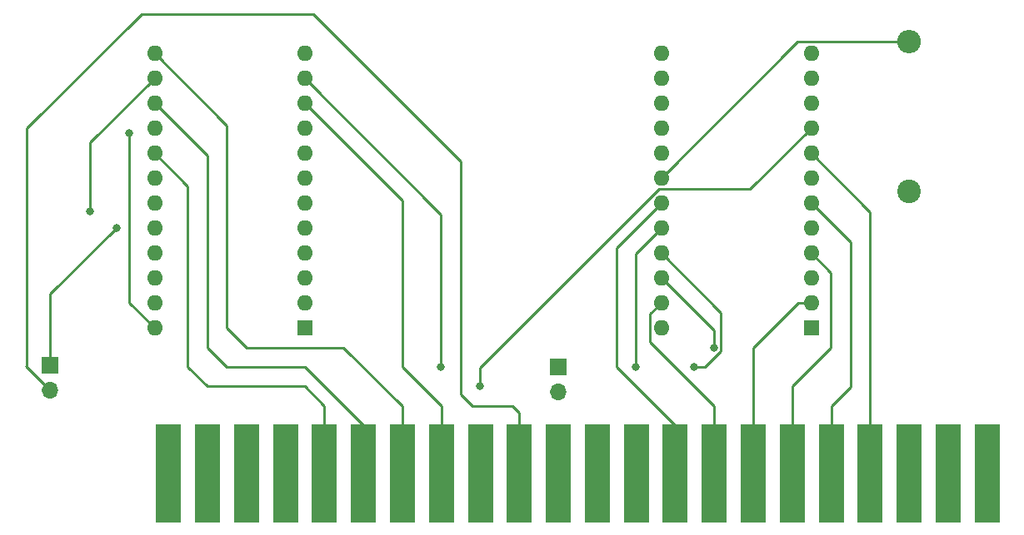
<source format=gbl>
G04 #@! TF.GenerationSoftware,KiCad,Pcbnew,(5.1.12)-1*
G04 #@! TF.CreationDate,2022-10-28T14:48:17+01:00*
G04 #@! TF.ProjectId,Apple-1 EPROM,4170706c-652d-4312-9045-50524f4d2e6b,rev?*
G04 #@! TF.SameCoordinates,Original*
G04 #@! TF.FileFunction,Copper,L2,Bot*
G04 #@! TF.FilePolarity,Positive*
%FSLAX46Y46*%
G04 Gerber Fmt 4.6, Leading zero omitted, Abs format (unit mm)*
G04 Created by KiCad (PCBNEW (5.1.12)-1) date 2022-10-28 14:48:17*
%MOMM*%
%LPD*%
G01*
G04 APERTURE LIST*
G04 #@! TA.AperFunction,ComponentPad*
%ADD10R,1.700000X1.700000*%
G04 #@! TD*
G04 #@! TA.AperFunction,ComponentPad*
%ADD11O,1.700000X1.700000*%
G04 #@! TD*
G04 #@! TA.AperFunction,ComponentPad*
%ADD12R,1.600000X1.600000*%
G04 #@! TD*
G04 #@! TA.AperFunction,ComponentPad*
%ADD13O,1.600000X1.600000*%
G04 #@! TD*
G04 #@! TA.AperFunction,ComponentPad*
%ADD14C,2.400000*%
G04 #@! TD*
G04 #@! TA.AperFunction,ComponentPad*
%ADD15O,2.400000X2.400000*%
G04 #@! TD*
G04 #@! TA.AperFunction,ConnectorPad*
%ADD16R,2.540000X10.000000*%
G04 #@! TD*
G04 #@! TA.AperFunction,ViaPad*
%ADD17C,0.800000*%
G04 #@! TD*
G04 #@! TA.AperFunction,Conductor*
%ADD18C,0.250000*%
G04 #@! TD*
G04 APERTURE END LIST*
D10*
X117526200Y-132607460D03*
D11*
X117526200Y-135147460D03*
D12*
X194866200Y-128807460D03*
D13*
X179626200Y-100867460D03*
X194866200Y-126267460D03*
X179626200Y-103407460D03*
X194866200Y-123727460D03*
X179626200Y-105947460D03*
X194866200Y-121187460D03*
X179626200Y-108487460D03*
X194866200Y-118647460D03*
X179626200Y-111027460D03*
X194866200Y-116107460D03*
X179626200Y-113567460D03*
X194866200Y-113567460D03*
X179626200Y-116107460D03*
X194866200Y-111027460D03*
X179626200Y-118647460D03*
X194866200Y-108487460D03*
X179626200Y-121187460D03*
X194866200Y-105947460D03*
X179626200Y-123727460D03*
X194866200Y-103407460D03*
X179626200Y-126267460D03*
X194866200Y-100867460D03*
X179626200Y-128807460D03*
D10*
X169126200Y-132767460D03*
D11*
X169126200Y-135307460D03*
D14*
X204766200Y-114947460D03*
D15*
X204766200Y-99707460D03*
D12*
X143386200Y-128807460D03*
D13*
X128146200Y-100867460D03*
X143386200Y-126267460D03*
X128146200Y-103407460D03*
X143386200Y-123727460D03*
X128146200Y-105947460D03*
X143386200Y-121187460D03*
X128146200Y-108487460D03*
X143386200Y-118647460D03*
X128146200Y-111027460D03*
X143386200Y-116107460D03*
X128146200Y-113567460D03*
X143386200Y-113567460D03*
X128146200Y-116107460D03*
X143386200Y-111027460D03*
X128146200Y-118647460D03*
X143386200Y-108487460D03*
X128146200Y-121187460D03*
X143386200Y-105947460D03*
X128146200Y-123727460D03*
X143386200Y-103407460D03*
X128146200Y-126267460D03*
X143386200Y-100867460D03*
X128146200Y-128807460D03*
D16*
X129560000Y-143580000D03*
X133520000Y-143580000D03*
X137480000Y-143580000D03*
X141440000Y-143580000D03*
X145400000Y-143580000D03*
X149360000Y-143580000D03*
X153320000Y-143580000D03*
X157280000Y-143580000D03*
X161240000Y-143580000D03*
X165200000Y-143580000D03*
X169160000Y-143580000D03*
X173120000Y-143580000D03*
X177080000Y-143580000D03*
X181040000Y-143580000D03*
X185000000Y-143580000D03*
X188960000Y-143580000D03*
X192920000Y-143580000D03*
X196880000Y-143580000D03*
X200840000Y-143580000D03*
X204800000Y-143580000D03*
X208760000Y-143580000D03*
X212720000Y-143580000D03*
D17*
X125566200Y-109007460D03*
X184966200Y-130787460D03*
X182986200Y-132767460D03*
X161206200Y-134747460D03*
X157246200Y-132767460D03*
X121606200Y-116927460D03*
X177046200Y-132767460D03*
X124276200Y-118607460D03*
D18*
X125566200Y-126227460D02*
X128146200Y-128807460D01*
X125566200Y-109007460D02*
X125566200Y-126227460D01*
X184966200Y-129067460D02*
X179626200Y-123727460D01*
X184966200Y-130787460D02*
X184966200Y-129067460D01*
X185691201Y-127252461D02*
X179626200Y-121187460D01*
X184059202Y-132767460D02*
X185691201Y-131135461D01*
X185691201Y-131135461D02*
X185691201Y-127252461D01*
X182986200Y-132767460D02*
X184059202Y-132767460D01*
X188661199Y-114692461D02*
X194866200Y-108487460D01*
X179376197Y-114692461D02*
X188661199Y-114692461D01*
X161206200Y-132862458D02*
X179376197Y-114692461D01*
X161206200Y-134747460D02*
X161206200Y-132862458D01*
X157246200Y-117267460D02*
X143386200Y-103407460D01*
X157246200Y-132767460D02*
X157246200Y-117267460D01*
X121606200Y-109947460D02*
X128146200Y-103407460D01*
X121606200Y-116927460D02*
X121606200Y-109947460D01*
X200840000Y-117001260D02*
X194866200Y-111027460D01*
X200840000Y-141040000D02*
X200840000Y-117001260D01*
X196880000Y-141040000D02*
X196880000Y-136761260D01*
X196880000Y-136761260D02*
X198826200Y-134815060D01*
X198826200Y-120067460D02*
X194866200Y-116107460D01*
X198826200Y-134815060D02*
X198826200Y-120067460D01*
X192920000Y-141040000D02*
X192920000Y-134713660D01*
X192920000Y-134713660D02*
X196846200Y-130787460D01*
X196846200Y-123167460D02*
X194866200Y-121187460D01*
X196846200Y-130787460D02*
X196846200Y-123167460D01*
X188960000Y-141040000D02*
X188960000Y-130821260D01*
X193513800Y-126267460D02*
X194866200Y-126267460D01*
X188960000Y-130821260D02*
X193513800Y-126267460D01*
X185000000Y-141040000D02*
X185000000Y-136761260D01*
X178501199Y-127392461D02*
X179626200Y-126267460D01*
X178501199Y-130262459D02*
X178501199Y-127392461D01*
X185000000Y-136761260D02*
X178501199Y-130262459D01*
X175066200Y-120667460D02*
X179626200Y-116107460D01*
X175066200Y-132767460D02*
X175066200Y-120667460D01*
X181040000Y-138741260D02*
X175066200Y-132767460D01*
X181040000Y-141040000D02*
X181040000Y-138741260D01*
X157280000Y-141040000D02*
X157280000Y-136761260D01*
X157280000Y-136761260D02*
X153286200Y-132767460D01*
X153286200Y-115847460D02*
X143386200Y-105947460D01*
X153286200Y-132767460D02*
X153286200Y-115847460D01*
X135466200Y-128807460D02*
X135466200Y-108187460D01*
X137446200Y-130787460D02*
X135466200Y-128807460D01*
X147346200Y-130787460D02*
X137446200Y-130787460D01*
X153320000Y-136761260D02*
X147346200Y-130787460D01*
X135466200Y-108187460D02*
X128146200Y-100867460D01*
X153320000Y-141040000D02*
X153320000Y-136761260D01*
X149360000Y-141040000D02*
X149360000Y-138741260D01*
X149360000Y-138741260D02*
X143386200Y-132767460D01*
X143386200Y-132767460D02*
X135466200Y-132767460D01*
X135466200Y-132767460D02*
X133486200Y-130787460D01*
X133486200Y-111287460D02*
X128146200Y-105947460D01*
X133486200Y-130787460D02*
X133486200Y-111287460D01*
X131506200Y-114387460D02*
X128146200Y-111027460D01*
X131506200Y-132767460D02*
X131506200Y-114387460D01*
X133486200Y-134747460D02*
X131506200Y-132767460D01*
X143386200Y-134747460D02*
X133486200Y-134747460D01*
X145400000Y-136761260D02*
X143386200Y-134747460D01*
X145400000Y-141040000D02*
X145400000Y-136761260D01*
X193486200Y-99707460D02*
X179626200Y-113567460D01*
X204766200Y-99707460D02*
X193486200Y-99707460D01*
X165200000Y-141040000D02*
X165200000Y-137433660D01*
X165200000Y-137433660D02*
X164526200Y-136759860D01*
X164526200Y-136759860D02*
X160428600Y-136759860D01*
X160428600Y-136759860D02*
X159276200Y-135607460D01*
X159276200Y-135607460D02*
X159276200Y-111857460D01*
X159276200Y-111857460D02*
X144276200Y-96857460D01*
X144276200Y-96857460D02*
X126776200Y-96857460D01*
X115131200Y-108502460D02*
X115131200Y-132752460D01*
X126776200Y-96857460D02*
X115131200Y-108502460D01*
X115131200Y-132752460D02*
X117526200Y-135147460D01*
X115026200Y-132647460D02*
X115131200Y-132752460D01*
X179626200Y-118647460D02*
X177046200Y-121227460D01*
X177046200Y-124847460D02*
X177046200Y-132767460D01*
X177046200Y-121227460D02*
X177046200Y-124847460D01*
X117526200Y-125357460D02*
X124276200Y-118607460D01*
X117526200Y-132607460D02*
X117526200Y-125357460D01*
M02*

</source>
